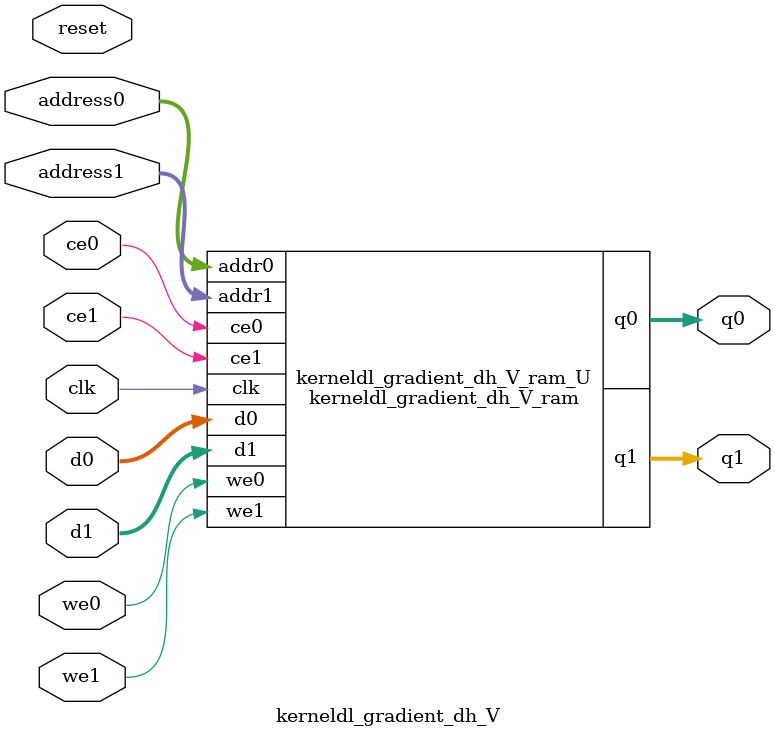
<source format=v>
`timescale 1 ns / 1 ps
module kerneldl_gradient_dh_V_ram (addr0, ce0, d0, we0, q0, addr1, ce1, d1, we1, q1,  clk);

parameter DWIDTH = 16;
parameter AWIDTH = 9;
parameter MEM_SIZE = 320;

input[AWIDTH-1:0] addr0;
input ce0;
input[DWIDTH-1:0] d0;
input we0;
output reg[DWIDTH-1:0] q0;
input[AWIDTH-1:0] addr1;
input ce1;
input[DWIDTH-1:0] d1;
input we1;
output reg[DWIDTH-1:0] q1;
input clk;

(* ram_style = "block" *)reg [DWIDTH-1:0] ram[0:MEM_SIZE-1];




always @(posedge clk)  
begin 
    if (ce0) begin
        if (we0) 
            ram[addr0] <= d0; 
        q0 <= ram[addr0];
    end
end


always @(posedge clk)  
begin 
    if (ce1) begin
        if (we1) 
            ram[addr1] <= d1; 
        q1 <= ram[addr1];
    end
end


endmodule

`timescale 1 ns / 1 ps
module kerneldl_gradient_dh_V(
    reset,
    clk,
    address0,
    ce0,
    we0,
    d0,
    q0,
    address1,
    ce1,
    we1,
    d1,
    q1);

parameter DataWidth = 32'd16;
parameter AddressRange = 32'd320;
parameter AddressWidth = 32'd9;
input reset;
input clk;
input[AddressWidth - 1:0] address0;
input ce0;
input we0;
input[DataWidth - 1:0] d0;
output[DataWidth - 1:0] q0;
input[AddressWidth - 1:0] address1;
input ce1;
input we1;
input[DataWidth - 1:0] d1;
output[DataWidth - 1:0] q1;



kerneldl_gradient_dh_V_ram kerneldl_gradient_dh_V_ram_U(
    .clk( clk ),
    .addr0( address0 ),
    .ce0( ce0 ),
    .we0( we0 ),
    .d0( d0 ),
    .q0( q0 ),
    .addr1( address1 ),
    .ce1( ce1 ),
    .we1( we1 ),
    .d1( d1 ),
    .q1( q1 ));

endmodule


</source>
